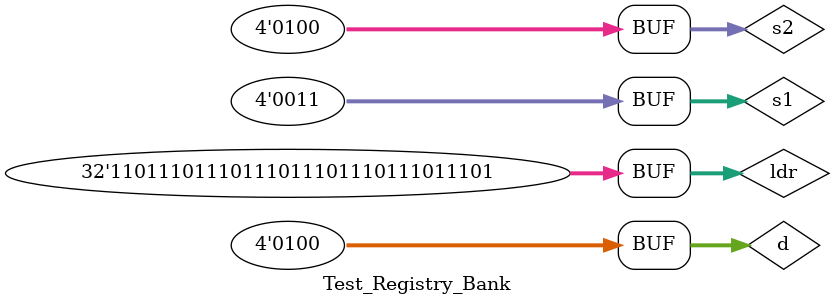
<source format=v>
module Test_Registry_Bank;
reg [3:0] d,s1,s2;
reg [31:0] ldr;
wire [31:0] out1,out2;

initial
begin
		d = 5; s1 = 0; s2 = 5; ldr = 32'hAAAAAAAA;
#10     d = 0; s1 = 0; s2 = 5; ldr = 32'hBBBBBBBB;
#10    	d = 3; s1 = 3; s2 = 4; ldr = 32'hCCCCCCCC;
#10     d = 4; s1 = 3; s2 = 4; ldr = 32'hDDDDDDDD;
end
initial
begin
$monitor($time, " d=%d, s1=%d, s2=%d, ldr=%h, out1=%h, out2=%h,\n, out0=%h, out1=%h, out2=%h, out3=%h, out4=%h, out5=%h, out6=%h, out7=%h, out8=%h, out9=%h, out10=%h, out11=%h, out12=%h, out13=%h, out14=%h, out15=%h", d,s1,s2,ldr, out1, out2,Test1.out1,Test1.out2,Test1.out3,Test1.out4,Test1.out5,Test1.out6,Test1.out7,Test1.out8,Test1.out9,Test1.out10,Test1.out11,Test1.out12,Test1.out13,Test1.out14,Test1.out15, Test1.out16);
end

Registry_Bank_Full Test1(ldr,d,s1,s2,out1,out2);
endmodule
</source>
